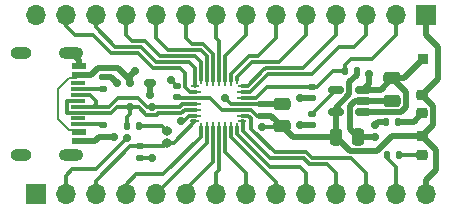
<source format=gbr>
%TF.GenerationSoftware,KiCad,Pcbnew,8.0.8*%
%TF.CreationDate,2025-02-11T08:33:35+00:00*%
%TF.ProjectId,stm32c071devboard,73746d33-3263-4303-9731-646576626f61,rev?*%
%TF.SameCoordinates,Original*%
%TF.FileFunction,Copper,L1,Top*%
%TF.FilePolarity,Positive*%
%FSLAX46Y46*%
G04 Gerber Fmt 4.6, Leading zero omitted, Abs format (unit mm)*
G04 Created by KiCad (PCBNEW 8.0.8) date 2025-02-11 08:33:35*
%MOMM*%
%LPD*%
G01*
G04 APERTURE LIST*
G04 Aperture macros list*
%AMRoundRect*
0 Rectangle with rounded corners*
0 $1 Rounding radius*
0 $2 $3 $4 $5 $6 $7 $8 $9 X,Y pos of 4 corners*
0 Add a 4 corners polygon primitive as box body*
4,1,4,$2,$3,$4,$5,$6,$7,$8,$9,$2,$3,0*
0 Add four circle primitives for the rounded corners*
1,1,$1+$1,$2,$3*
1,1,$1+$1,$4,$5*
1,1,$1+$1,$6,$7*
1,1,$1+$1,$8,$9*
0 Add four rect primitives between the rounded corners*
20,1,$1+$1,$2,$3,$4,$5,0*
20,1,$1+$1,$4,$5,$6,$7,0*
20,1,$1+$1,$6,$7,$8,$9,0*
20,1,$1+$1,$8,$9,$2,$3,0*%
%AMFreePoly0*
4,1,14,0.230680,0.111820,0.364320,-0.021820,0.377500,-0.053640,0.377500,-0.080000,0.364320,-0.111820,0.332500,-0.125000,-0.332500,-0.125000,-0.364320,-0.111820,-0.377500,-0.080000,-0.377500,0.080000,-0.364320,0.111820,-0.332500,0.125000,0.198860,0.125000,0.230680,0.111820,0.230680,0.111820,$1*%
%AMFreePoly1*
4,1,14,0.364320,0.111820,0.377500,0.080000,0.377500,0.053640,0.364320,0.021820,0.230680,-0.111820,0.198860,-0.125000,-0.332500,-0.125000,-0.364320,-0.111820,-0.377500,-0.080000,-0.377500,0.080000,-0.364320,0.111820,-0.332500,0.125000,0.332500,0.125000,0.364320,0.111820,0.364320,0.111820,$1*%
%AMFreePoly2*
4,1,14,0.111820,0.364320,0.125000,0.332500,0.125000,-0.332500,0.111820,-0.364320,0.080000,-0.377500,-0.080000,-0.377500,-0.111820,-0.364320,-0.125000,-0.332500,-0.125000,0.198860,-0.111820,0.230680,0.021820,0.364320,0.053640,0.377500,0.080000,0.377500,0.111820,0.364320,0.111820,0.364320,$1*%
%AMFreePoly3*
4,1,14,-0.021820,0.364320,0.111820,0.230680,0.125000,0.198860,0.125000,-0.332500,0.111820,-0.364320,0.080000,-0.377500,-0.080000,-0.377500,-0.111820,-0.364320,-0.125000,-0.332500,-0.125000,0.332500,-0.111820,0.364320,-0.080000,0.377500,-0.053640,0.377500,-0.021820,0.364320,-0.021820,0.364320,$1*%
%AMFreePoly4*
4,1,14,0.364320,0.111820,0.377500,0.080000,0.377500,-0.080000,0.364320,-0.111820,0.332500,-0.125000,-0.198860,-0.125000,-0.230680,-0.111820,-0.364320,0.021820,-0.377500,0.053640,-0.377500,0.080000,-0.364320,0.111820,-0.332500,0.125000,0.332500,0.125000,0.364320,0.111820,0.364320,0.111820,$1*%
%AMFreePoly5*
4,1,14,0.364320,0.111820,0.377500,0.080000,0.377500,-0.080000,0.364320,-0.111820,0.332500,-0.125000,-0.332500,-0.125000,-0.364320,-0.111820,-0.377500,-0.080000,-0.377500,-0.053640,-0.364320,-0.021820,-0.230680,0.111820,-0.198860,0.125000,0.332500,0.125000,0.364320,0.111820,0.364320,0.111820,$1*%
%AMFreePoly6*
4,1,14,0.111820,0.364320,0.125000,0.332500,0.125000,-0.198860,0.111820,-0.230680,-0.021820,-0.364320,-0.053640,-0.377500,-0.080000,-0.377500,-0.111820,-0.364320,-0.125000,-0.332500,-0.125000,0.332500,-0.111820,0.364320,-0.080000,0.377500,0.080000,0.377500,0.111820,0.364320,0.111820,0.364320,$1*%
%AMFreePoly7*
4,1,14,0.111820,0.364320,0.125000,0.332500,0.125000,-0.332500,0.111820,-0.364320,0.080000,-0.377500,0.053640,-0.377500,0.021820,-0.364320,-0.111820,-0.230680,-0.125000,-0.198860,-0.125000,0.332500,-0.111820,0.364320,-0.080000,0.377500,0.080000,0.377500,0.111820,0.364320,0.111820,0.364320,$1*%
G04 Aperture macros list end*
%TA.AperFunction,SMDPad,CuDef*%
%ADD10RoundRect,0.140000X0.170000X-0.140000X0.170000X0.140000X-0.170000X0.140000X-0.170000X-0.140000X0*%
%TD*%
%TA.AperFunction,SMDPad,CuDef*%
%ADD11RoundRect,0.250000X0.475000X-0.250000X0.475000X0.250000X-0.475000X0.250000X-0.475000X-0.250000X0*%
%TD*%
%TA.AperFunction,SMDPad,CuDef*%
%ADD12FreePoly0,180.000000*%
%TD*%
%TA.AperFunction,SMDPad,CuDef*%
%ADD13RoundRect,0.062500X0.375000X0.062500X-0.375000X0.062500X-0.375000X-0.062500X0.375000X-0.062500X0*%
%TD*%
%TA.AperFunction,SMDPad,CuDef*%
%ADD14FreePoly1,180.000000*%
%TD*%
%TA.AperFunction,SMDPad,CuDef*%
%ADD15FreePoly2,180.000000*%
%TD*%
%TA.AperFunction,SMDPad,CuDef*%
%ADD16RoundRect,0.062500X0.062500X0.375000X-0.062500X0.375000X-0.062500X-0.375000X0.062500X-0.375000X0*%
%TD*%
%TA.AperFunction,SMDPad,CuDef*%
%ADD17FreePoly3,180.000000*%
%TD*%
%TA.AperFunction,SMDPad,CuDef*%
%ADD18FreePoly4,180.000000*%
%TD*%
%TA.AperFunction,SMDPad,CuDef*%
%ADD19FreePoly5,180.000000*%
%TD*%
%TA.AperFunction,SMDPad,CuDef*%
%ADD20FreePoly6,180.000000*%
%TD*%
%TA.AperFunction,SMDPad,CuDef*%
%ADD21FreePoly7,180.000000*%
%TD*%
%TA.AperFunction,SMDPad,CuDef*%
%ADD22RoundRect,0.135000X0.185000X-0.135000X0.185000X0.135000X-0.185000X0.135000X-0.185000X-0.135000X0*%
%TD*%
%TA.AperFunction,SMDPad,CuDef*%
%ADD23R,1.145000X0.600000*%
%TD*%
%TA.AperFunction,SMDPad,CuDef*%
%ADD24R,1.240000X0.300000*%
%TD*%
%TA.AperFunction,HeatsinkPad*%
%ADD25O,2.100000X1.000000*%
%TD*%
%TA.AperFunction,HeatsinkPad*%
%ADD26O,1.800000X1.000000*%
%TD*%
%TA.AperFunction,SMDPad,CuDef*%
%ADD27RoundRect,0.135000X-0.185000X0.135000X-0.185000X-0.135000X0.185000X-0.135000X0.185000X0.135000X0*%
%TD*%
%TA.AperFunction,ComponentPad*%
%ADD28O,0.860000X0.770000*%
%TD*%
%TA.AperFunction,SMDPad,CuDef*%
%ADD29RoundRect,0.250000X-0.250000X-0.475000X0.250000X-0.475000X0.250000X0.475000X-0.250000X0.475000X0*%
%TD*%
%TA.AperFunction,SMDPad,CuDef*%
%ADD30RoundRect,0.135000X0.135000X0.185000X-0.135000X0.185000X-0.135000X-0.185000X0.135000X-0.185000X0*%
%TD*%
%TA.AperFunction,ComponentPad*%
%ADD31R,1.700000X1.700000*%
%TD*%
%TA.AperFunction,ComponentPad*%
%ADD32O,1.700000X1.700000*%
%TD*%
%TA.AperFunction,SMDPad,CuDef*%
%ADD33RoundRect,0.140000X-0.170000X0.140000X-0.170000X-0.140000X0.170000X-0.140000X0.170000X0.140000X0*%
%TD*%
%TA.AperFunction,SMDPad,CuDef*%
%ADD34RoundRect,0.135000X-0.135000X-0.185000X0.135000X-0.185000X0.135000X0.185000X-0.135000X0.185000X0*%
%TD*%
%TA.AperFunction,SMDPad,CuDef*%
%ADD35RoundRect,0.150000X0.512500X0.150000X-0.512500X0.150000X-0.512500X-0.150000X0.512500X-0.150000X0*%
%TD*%
%TA.AperFunction,SMDPad,CuDef*%
%ADD36RoundRect,0.218750X0.256250X-0.218750X0.256250X0.218750X-0.256250X0.218750X-0.256250X-0.218750X0*%
%TD*%
%TA.AperFunction,SMDPad,CuDef*%
%ADD37RoundRect,0.175000X-0.325000X0.175000X-0.325000X-0.175000X0.325000X-0.175000X0.325000X0.175000X0*%
%TD*%
%TA.AperFunction,SMDPad,CuDef*%
%ADD38RoundRect,0.150000X-0.150000X0.200000X-0.150000X-0.200000X0.150000X-0.200000X0.150000X0.200000X0*%
%TD*%
%TA.AperFunction,ComponentPad*%
%ADD39R,0.850000X0.850000*%
%TD*%
%TA.AperFunction,SMDPad,CuDef*%
%ADD40RoundRect,0.250000X-0.475000X0.250000X-0.475000X-0.250000X0.475000X-0.250000X0.475000X0.250000X0*%
%TD*%
%TA.AperFunction,ViaPad*%
%ADD41C,0.700000*%
%TD*%
%TA.AperFunction,Conductor*%
%ADD42C,0.500000*%
%TD*%
%TA.AperFunction,Conductor*%
%ADD43C,0.300000*%
%TD*%
%TA.AperFunction,Conductor*%
%ADD44C,0.200000*%
%TD*%
G04 APERTURE END LIST*
D10*
%TO.P,C2,1*%
%TO.N,+3V3*%
X101854000Y-66012000D03*
%TO.P,C2,2*%
%TO.N,GND*%
X101854000Y-65052000D03*
%TD*%
D11*
%TO.P,C5,1*%
%TO.N,+3V3*%
X103660000Y-66924000D03*
%TO.P,C5,2*%
%TO.N,GND*%
X103660000Y-65024000D03*
%TD*%
D12*
%TO.P,U1,1,PC14*%
%TO.N,PC14*%
X100295500Y-66500000D03*
D13*
%TO.P,U1,2,PC15*%
%TO.N,PC15*%
X100235500Y-66000000D03*
%TO.P,U1,3,VDD*%
%TO.N,+3V3*%
X100235500Y-65500000D03*
%TO.P,U1,4,VSS*%
%TO.N,GND*%
X100235500Y-65000000D03*
%TO.P,U1,5,PF2*%
%TO.N,NRST*%
X100235500Y-64500000D03*
%TO.P,U1,6,PA0*%
%TO.N,Net-(J4-Pin_3)*%
X100235500Y-64000000D03*
D14*
%TO.P,U1,7,PA1*%
%TO.N,Net-(J4-Pin_4)*%
X100295500Y-63500000D03*
D15*
%TO.P,U1,8,PA2*%
%TO.N,Net-(J4-Pin_5)*%
X99798000Y-63002500D03*
D16*
%TO.P,U1,9,PA3*%
%TO.N,Net-(J4-Pin_6)*%
X99298000Y-63062500D03*
%TO.P,U1,10,PA4*%
%TO.N,Net-(J4-Pin_7)*%
X98798000Y-63062500D03*
%TO.P,U1,11,PA5*%
%TO.N,Net-(J4-Pin_8)*%
X98298000Y-63062500D03*
%TO.P,U1,12,PA6*%
%TO.N,Net-(J4-Pin_9)*%
X97798000Y-63062500D03*
%TO.P,U1,13,PA7*%
%TO.N,Net-(J4-Pin_10)*%
X97298000Y-63062500D03*
D17*
%TO.P,U1,14,PB0*%
%TO.N,PB0*%
X96798000Y-63002500D03*
D18*
%TO.P,U1,15,PB1*%
%TO.N,PB1*%
X96300500Y-63500000D03*
D13*
%TO.P,U1,16,PA8*%
%TO.N,Net-(J4-Pin_13)*%
X96360500Y-64000000D03*
%TO.P,U1,17,VDDIO2*%
%TO.N,+3V3*%
X96360500Y-64500000D03*
%TO.P,U1,18,PA11*%
%TO.N,USB_DM-*%
X96360500Y-65000000D03*
%TO.P,U1,19,PA12*%
%TO.N,USB_DM+*%
X96360500Y-65500000D03*
%TO.P,U1,20,PA13*%
%TO.N,PA13*%
X96360500Y-66000000D03*
D19*
%TO.P,U1,21,PA14*%
%TO.N,BOOT0*%
X96300500Y-66500000D03*
D20*
%TO.P,U1,22,PA15*%
%TO.N,PA15*%
X96798000Y-66997500D03*
D16*
%TO.P,U1,23,PB3*%
%TO.N,Net-(J2-Pin_5)*%
X97298000Y-66937500D03*
%TO.P,U1,24,PB4*%
%TO.N,Net-(J2-Pin_6)*%
X97798000Y-66937500D03*
%TO.P,U1,25,PB5*%
%TO.N,Net-(J2-Pin_7)*%
X98298000Y-66937500D03*
%TO.P,U1,26,PB6*%
%TO.N,Net-(J2-Pin_8)*%
X98798000Y-66937500D03*
%TO.P,U1,27,PB7*%
%TO.N,Net-(J2-Pin_9)*%
X99298000Y-66937500D03*
D21*
%TO.P,U1,28,PB8*%
%TO.N,Net-(J2-Pin_10)*%
X99798000Y-66997500D03*
%TD*%
D22*
%TO.P,R3,1*%
%TO.N,Net-(J1-CC1)*%
X88500000Y-63758000D03*
%TO.P,R3,2*%
%TO.N,GND*%
X88500000Y-62738000D03*
%TD*%
D23*
%TO.P,J1,A1,GND*%
%TO.N,GND*%
X86422500Y-61800000D03*
%TO.P,J1,A4,VBUS*%
%TO.N,/VBUS*%
X86422500Y-62600000D03*
D24*
%TO.P,J1,A5,CC1*%
%TO.N,Net-(J1-CC1)*%
X86375000Y-63750000D03*
%TO.P,J1,A6,D+*%
%TO.N,USB_DM+*%
X86375000Y-64750000D03*
%TO.P,J1,A7,D-*%
%TO.N,USB_DM-*%
X86375000Y-65250000D03*
%TO.P,J1,A8,SBU1*%
%TO.N,unconnected-(J1-SBU1-PadA8)*%
X86375000Y-66250000D03*
D23*
%TO.P,J1,A9,VBUS*%
%TO.N,/VBUS*%
X86422500Y-67400000D03*
%TO.P,J1,A12,GND*%
%TO.N,GND*%
X86422500Y-68200000D03*
%TO.P,J1,B1,GND*%
X86422500Y-68200000D03*
%TO.P,J1,B4,VBUS*%
%TO.N,/VBUS*%
X86422500Y-67400000D03*
D24*
%TO.P,J1,B5,CC2*%
%TO.N,Net-(J1-CC2)*%
X86375000Y-66750000D03*
%TO.P,J1,B6,D+*%
%TO.N,USB_DM+*%
X86375000Y-65750000D03*
%TO.P,J1,B7,D-*%
%TO.N,USB_DM-*%
X86375000Y-64250000D03*
%TO.P,J1,B8,SBU2*%
%TO.N,unconnected-(J1-SBU2-PadB8)*%
X86375000Y-63250000D03*
D23*
%TO.P,J1,B9,VBUS*%
%TO.N,/VBUS*%
X86422500Y-62600000D03*
%TO.P,J1,B12,GND*%
%TO.N,GND*%
X86422500Y-61800000D03*
D25*
%TO.P,J1,S1,SHIELD*%
X85775000Y-60680000D03*
D26*
X81575000Y-60680000D03*
D25*
X85775000Y-69320000D03*
D26*
X81575000Y-69320000D03*
%TD*%
D27*
%TO.P,R7,1*%
%TO.N,BOOT0*%
X91600000Y-68590000D03*
%TO.P,R7,2*%
%TO.N,GND*%
X91600000Y-69610000D03*
%TD*%
D28*
%TO.P,J5,1,Pin_1*%
%TO.N,+3V3*%
X93900000Y-67300000D03*
%TO.P,J5,2,Pin_2*%
%TO.N,BOOT0*%
X93900000Y-68300000D03*
%TD*%
D29*
%TO.P,C3,1*%
%TO.N,+3V3*%
X108204000Y-67818000D03*
%TO.P,C3,2*%
%TO.N,GND*%
X110104000Y-67818000D03*
%TD*%
D30*
%TO.P,R1,1*%
%TO.N,Net-(D1-K)*%
X113510000Y-69342000D03*
%TO.P,R1,2*%
%TO.N,LED*%
X112490000Y-69342000D03*
%TD*%
D31*
%TO.P,J2,1,Pin_1*%
%TO.N,GND*%
X82804000Y-72644000D03*
D32*
%TO.P,J2,2,Pin_2*%
%TO.N,PA13*%
X85344000Y-72644000D03*
%TO.P,J2,3,Pin_3*%
%TO.N,BOOT0*%
X87884000Y-72644000D03*
%TO.P,J2,4,Pin_4*%
%TO.N,PA15*%
X90424000Y-72644000D03*
%TO.P,J2,5,Pin_5*%
%TO.N,Net-(J2-Pin_5)*%
X92964000Y-72644000D03*
%TO.P,J2,6,Pin_6*%
%TO.N,Net-(J2-Pin_6)*%
X95504000Y-72644000D03*
%TO.P,J2,7,Pin_7*%
%TO.N,Net-(J2-Pin_7)*%
X98044000Y-72644000D03*
%TO.P,J2,8,Pin_8*%
%TO.N,Net-(J2-Pin_8)*%
X100584000Y-72644000D03*
%TO.P,J2,9,Pin_9*%
%TO.N,Net-(J2-Pin_9)*%
X103124000Y-72644000D03*
%TO.P,J2,10,Pin_10*%
%TO.N,Net-(J2-Pin_10)*%
X105664000Y-72644000D03*
%TO.P,J2,11,Pin_11*%
%TO.N,PC14*%
X108204000Y-72644000D03*
%TO.P,J2,12,Pin_12*%
%TO.N,PC15*%
X110744000Y-72644000D03*
%TO.P,J2,13,Pin_13*%
%TO.N,LED*%
X113284000Y-72644000D03*
%TO.P,J2,14,Pin_14*%
%TO.N,+3V3*%
X115824000Y-72644000D03*
%TD*%
D31*
%TO.P,J4,1,Pin_1*%
%TO.N,+3V3*%
X115824000Y-57500000D03*
D32*
%TO.P,J4,2,Pin_2*%
%TO.N,NRST*%
X113284000Y-57500000D03*
%TO.P,J4,3,Pin_3*%
%TO.N,Net-(J4-Pin_3)*%
X110744000Y-57500000D03*
%TO.P,J4,4,Pin_4*%
%TO.N,Net-(J4-Pin_4)*%
X108204000Y-57500000D03*
%TO.P,J4,5,Pin_5*%
%TO.N,Net-(J4-Pin_5)*%
X105664000Y-57500000D03*
%TO.P,J4,6,Pin_6*%
%TO.N,Net-(J4-Pin_6)*%
X103124000Y-57500000D03*
%TO.P,J4,7,Pin_7*%
%TO.N,Net-(J4-Pin_7)*%
X100584000Y-57500000D03*
%TO.P,J4,8,Pin_8*%
%TO.N,Net-(J4-Pin_8)*%
X98044000Y-57500000D03*
%TO.P,J4,9,Pin_9*%
%TO.N,Net-(J4-Pin_9)*%
X95504000Y-57500000D03*
%TO.P,J4,10,Pin_10*%
%TO.N,Net-(J4-Pin_10)*%
X92964000Y-57500000D03*
%TO.P,J4,11,Pin_11*%
%TO.N,PB0*%
X90424000Y-57500000D03*
%TO.P,J4,12,Pin_12*%
%TO.N,PB1*%
X87884000Y-57500000D03*
%TO.P,J4,13,Pin_13*%
%TO.N,Net-(J4-Pin_13)*%
X85344000Y-57500000D03*
%TO.P,J4,14,Pin_14*%
%TO.N,GND*%
X82804000Y-57500000D03*
%TD*%
D33*
%TO.P,C7,1*%
%TO.N,Net-(U3-NR)*%
X106172000Y-65842000D03*
%TO.P,C7,2*%
%TO.N,GND*%
X106172000Y-66802000D03*
%TD*%
D34*
%TO.P,R4,1*%
%TO.N,USB_DM+*%
X90480000Y-66900000D03*
%TO.P,R4,2*%
%TO.N,+3V3*%
X91500000Y-66900000D03*
%TD*%
D35*
%TO.P,U3,1,IN*%
%TO.N,/VBUS*%
X110500000Y-65718000D03*
%TO.P,U3,2,GND*%
%TO.N,GND*%
X110500000Y-64768000D03*
%TO.P,U3,3,EN*%
%TO.N,/VBUS*%
X110500000Y-63818000D03*
%TO.P,U3,4,NR*%
%TO.N,Net-(U3-NR)*%
X108225000Y-63818000D03*
%TO.P,U3,5,OUT*%
%TO.N,+3V3*%
X108225000Y-65718000D03*
%TD*%
D36*
%TO.P,D1,1,K*%
%TO.N,Net-(D1-K)*%
X115500000Y-69325000D03*
%TO.P,D1,2,A*%
%TO.N,+3V3*%
X115500000Y-67750000D03*
%TD*%
D37*
%TO.P,D2,1,A*%
%TO.N,GND*%
X92460000Y-63246000D03*
D38*
%TO.P,D2,2,K*%
%TO.N,/VBUS*%
X90760000Y-63246000D03*
%TO.P,D2,3,K*%
%TO.N,USB_DM+*%
X90760000Y-65246000D03*
%TO.P,D2,4,K*%
%TO.N,USB_DM-*%
X92660000Y-65246000D03*
%TD*%
D30*
%TO.P,R6,1*%
%TO.N,+3V3*%
X109982000Y-62230000D03*
%TO.P,R6,2*%
%TO.N,NRST*%
X108962000Y-62230000D03*
%TD*%
D33*
%TO.P,C6,1*%
%TO.N,NRST*%
X106172000Y-63556000D03*
%TO.P,C6,2*%
%TO.N,GND*%
X106172000Y-64516000D03*
%TD*%
D39*
%TO.P,J3,1,Pin_1*%
%TO.N,/VBUS*%
X115570000Y-61214000D03*
%TD*%
D36*
%TO.P,D3,1,K*%
%TO.N,Net-(D3-K)*%
X115500000Y-65825000D03*
%TO.P,D3,2,A*%
%TO.N,+3V3*%
X115500000Y-64250000D03*
%TD*%
D27*
%TO.P,R2,1*%
%TO.N,Net-(J1-CC2)*%
X88500000Y-66798000D03*
%TO.P,R2,2*%
%TO.N,GND*%
X88500000Y-67818000D03*
%TD*%
D10*
%TO.P,C4,1*%
%TO.N,+3V3*%
X94742000Y-64460000D03*
%TO.P,C4,2*%
%TO.N,GND*%
X94742000Y-63500000D03*
%TD*%
D30*
%TO.P,R5,1*%
%TO.N,Net-(D3-K)*%
X113500000Y-66548000D03*
%TO.P,R5,2*%
%TO.N,GND*%
X112480000Y-66548000D03*
%TD*%
D40*
%TO.P,C1,1*%
%TO.N,/VBUS*%
X112975000Y-62850000D03*
%TO.P,C1,2*%
%TO.N,GND*%
X112975000Y-64750000D03*
%TD*%
D41*
%TO.N,GND*%
X105156000Y-66802000D03*
X92600000Y-69600000D03*
X89408000Y-67818000D03*
X111506000Y-66802000D03*
X92456000Y-64262000D03*
X98806000Y-64516000D03*
X89662000Y-63246000D03*
X105156000Y-64516000D03*
X94234000Y-62992000D03*
X111506000Y-67818000D03*
%TO.N,+3V3*%
X101932620Y-66977380D03*
%TO.N,PA13*%
X95100000Y-66486000D03*
X90500000Y-67900000D03*
%TO.N,/VBUS*%
X110998000Y-62484000D03*
X91186000Y-62230000D03*
%TD*%
D42*
%TO.N,GND*%
X106172000Y-64516000D02*
X105156000Y-64516000D01*
X112957000Y-64768000D02*
X112975000Y-64750000D01*
X88500000Y-67818000D02*
X89408000Y-67818000D01*
X86422500Y-61800000D02*
X86422500Y-61327500D01*
X110104000Y-67818000D02*
X109387500Y-67101500D01*
D43*
X100235500Y-65000000D02*
X99290000Y-65000000D01*
D42*
X106172000Y-66802000D02*
X105156000Y-66802000D01*
X111760000Y-66548000D02*
X111506000Y-66802000D01*
X86422500Y-61327500D02*
X85775000Y-60680000D01*
X109387500Y-65160634D02*
X109780134Y-64768000D01*
X86375000Y-68200000D02*
X87798553Y-68200000D01*
X92460000Y-64258000D02*
X92456000Y-64262000D01*
X88180553Y-67818000D02*
X88900000Y-67818000D01*
D43*
X91600000Y-69610000D02*
X92590000Y-69610000D01*
X101802000Y-65000000D02*
X101854000Y-65052000D01*
D42*
X112480000Y-66548000D02*
X111760000Y-66548000D01*
D43*
X103632000Y-65052000D02*
X103660000Y-65024000D01*
D42*
X109387500Y-67101500D02*
X109387500Y-65160634D01*
D43*
X92590000Y-69610000D02*
X92600000Y-69600000D01*
X103350000Y-65052000D02*
X103378000Y-65024000D01*
X94742000Y-63500000D02*
X94234000Y-62992000D01*
D42*
X88500000Y-62738000D02*
X89154000Y-62738000D01*
X110500000Y-64768000D02*
X112957000Y-64768000D01*
X87798553Y-68200000D02*
X88180553Y-67818000D01*
X92460000Y-63246000D02*
X92460000Y-64258000D01*
X89154000Y-62738000D02*
X89662000Y-63246000D01*
X101854000Y-65052000D02*
X103632000Y-65052000D01*
D43*
X100235500Y-65000000D02*
X101802000Y-65000000D01*
D42*
X109780134Y-64768000D02*
X110500000Y-64768000D01*
D43*
X99290000Y-65000000D02*
X98806000Y-64516000D01*
D42*
X110104000Y-67818000D02*
X111506000Y-67818000D01*
%TO.N,+3V3*%
X115500000Y-67750000D02*
X112930944Y-67750000D01*
X115500000Y-67750000D02*
X116450000Y-66800000D01*
D43*
X94782000Y-64500000D02*
X96360500Y-64500000D01*
D42*
X116840000Y-62910000D02*
X116840000Y-60198000D01*
X109379000Y-68993000D02*
X108204000Y-67818000D01*
D43*
X103660000Y-66924000D02*
X103754000Y-66924000D01*
D42*
X115500000Y-67750000D02*
X116674000Y-68924000D01*
X112930944Y-67750000D02*
X111687944Y-68993000D01*
X109337500Y-64220684D02*
X109337500Y-63194499D01*
D43*
X97520000Y-64500000D02*
X98520000Y-65500000D01*
D42*
X109337500Y-63194499D02*
X109982000Y-62549999D01*
X108225000Y-67797000D02*
X108204000Y-67818000D01*
D43*
X94742000Y-64460000D02*
X94782000Y-64500000D01*
X98520000Y-65500000D02*
X100235500Y-65500000D01*
X101544001Y-66012000D02*
X101854000Y-66012000D01*
D42*
X115824000Y-71501000D02*
X115824000Y-72644000D01*
X116450000Y-65200000D02*
X115500000Y-64250000D01*
X111687944Y-68993000D02*
X109379000Y-68993000D01*
X109982000Y-62549999D02*
X109982000Y-62230000D01*
X108225000Y-65718000D02*
X108225000Y-65333184D01*
X108204000Y-67818000D02*
X104554000Y-67818000D01*
D43*
X93500000Y-66900000D02*
X93900000Y-67300000D01*
D42*
X104554000Y-67818000D02*
X103660000Y-66924000D01*
D43*
X100235500Y-65500000D02*
X101032001Y-65500000D01*
X91500000Y-66900000D02*
X93500000Y-66900000D01*
X103606620Y-66977380D02*
X103660000Y-66924000D01*
X101032001Y-65500000D02*
X101544001Y-66012000D01*
D42*
X116674000Y-70651000D02*
X115824000Y-71501000D01*
X101854000Y-66012000D02*
X102748000Y-66012000D01*
D43*
X101932620Y-66977380D02*
X103606620Y-66977380D01*
D42*
X115500000Y-64250000D02*
X116840000Y-62910000D01*
X108225000Y-65333184D02*
X109337500Y-64220684D01*
X116450000Y-66800000D02*
X116450000Y-65200000D01*
X116840000Y-60198000D02*
X115824000Y-59182000D01*
X102748000Y-66012000D02*
X103660000Y-66924000D01*
X115824000Y-59182000D02*
X115824000Y-57500000D01*
X116674000Y-68924000D02*
X116674000Y-70651000D01*
X108225000Y-65718000D02*
X108225000Y-67797000D01*
D43*
X96360500Y-64500000D02*
X97520000Y-64500000D01*
%TO.N,USB_DM+*%
X90760000Y-65246000D02*
X90760000Y-65840000D01*
X86375000Y-65750000D02*
X85405000Y-65750000D01*
X95129953Y-65786000D02*
X94742000Y-65786000D01*
X93021262Y-65946000D02*
X92162894Y-65946000D01*
X93181262Y-65786000D02*
X93021262Y-65946000D01*
X85405000Y-64750000D02*
X86375000Y-64750000D01*
X89694000Y-65246000D02*
X90760000Y-65246000D01*
X90792000Y-65278000D02*
X90760000Y-65246000D01*
X95415953Y-65500000D02*
X95129953Y-65786000D01*
X90500000Y-66100000D02*
X90500000Y-66400000D01*
X91494894Y-65278000D02*
X90792000Y-65278000D01*
X90500000Y-66400000D02*
X90480000Y-66420000D01*
X90480000Y-66420000D02*
X90480000Y-66900000D01*
X96360500Y-65500000D02*
X95415953Y-65500000D01*
X86375000Y-65750000D02*
X89190000Y-65750000D01*
X90760000Y-65840000D02*
X90500000Y-66100000D01*
X85405000Y-65750000D02*
X85405000Y-64750000D01*
X94742000Y-65786000D02*
X93181262Y-65786000D01*
X89190000Y-65750000D02*
X89694000Y-65246000D01*
X92162894Y-65946000D02*
X91494894Y-65278000D01*
%TO.N,USB_DM-*%
X87630000Y-65250000D02*
X86375000Y-65250000D01*
X88982894Y-65250000D02*
X87630000Y-65250000D01*
X94962846Y-65246000D02*
X92660000Y-65246000D01*
X92170000Y-65246000D02*
X91440000Y-64516000D01*
X91440000Y-64516000D02*
X89716894Y-64516000D01*
X87884000Y-64789000D02*
X87884000Y-64996000D01*
X89716894Y-64516000D02*
X88982894Y-65250000D01*
X95208846Y-65000000D02*
X94962846Y-65246000D01*
X96360500Y-65000000D02*
X95208846Y-65000000D01*
X87884000Y-64996000D02*
X87630000Y-65250000D01*
X87345000Y-64250000D02*
X87884000Y-64789000D01*
X92660000Y-65246000D02*
X92170000Y-65246000D01*
X86375000Y-64250000D02*
X87345000Y-64250000D01*
%TO.N,Net-(D1-K)*%
X115483000Y-69342000D02*
X115500000Y-69325000D01*
X113510000Y-69342000D02*
X115483000Y-69342000D01*
%TO.N,Net-(J1-CC2)*%
X88430000Y-66750000D02*
X88500000Y-66680000D01*
X88452000Y-66750000D02*
X88500000Y-66798000D01*
X86375000Y-66750000D02*
X88452000Y-66750000D01*
%TO.N,Net-(J1-CC1)*%
X88492000Y-63750000D02*
X88500000Y-63758000D01*
X86375000Y-63750000D02*
X88492000Y-63750000D01*
%TO.N,Net-(J4-Pin_3)*%
X102454048Y-62484000D02*
X106172000Y-62484000D01*
X108458000Y-60198000D02*
X109728000Y-60198000D01*
X106172000Y-62484000D02*
X108458000Y-60198000D01*
X109728000Y-60198000D02*
X110744000Y-59182000D01*
X110744000Y-59182000D02*
X110744000Y-57500000D01*
X100235500Y-64000000D02*
X100938048Y-64000000D01*
X100938048Y-64000000D02*
X102454048Y-62484000D01*
%TO.N,PC15*%
X100235500Y-66000000D02*
X100780216Y-66000000D01*
X105672000Y-69096000D02*
X106172000Y-69596000D01*
X110744000Y-70866000D02*
X110744000Y-72644000D01*
X109474000Y-69596000D02*
X110744000Y-70866000D01*
X101033000Y-66252784D02*
X101033000Y-67124000D01*
X101033000Y-67124000D02*
X103005000Y-69096000D01*
X100780216Y-66000000D02*
X101033000Y-66252784D01*
X106172000Y-69596000D02*
X109474000Y-69596000D01*
X103005000Y-69096000D02*
X105672000Y-69096000D01*
%TO.N,PA15*%
X96798000Y-67794000D02*
X93599000Y-70993000D01*
X90424000Y-71882000D02*
X90424000Y-72644000D01*
X91313000Y-70993000D02*
X90424000Y-71882000D01*
X93599000Y-70993000D02*
X91313000Y-70993000D01*
X96798000Y-66997500D02*
X96798000Y-67794000D01*
%TO.N,PA13*%
X85900000Y-70550000D02*
X87850000Y-70550000D01*
X87850000Y-70550000D02*
X90500000Y-67900000D01*
X85344000Y-72644000D02*
X85344000Y-71106000D01*
X95392893Y-66400000D02*
X95100000Y-66400000D01*
X95100000Y-66400000D02*
X95100000Y-66486000D01*
X85344000Y-71106000D02*
X85900000Y-70550000D01*
X96360500Y-66000000D02*
X95792893Y-66000000D01*
X95792893Y-66000000D02*
X95392893Y-66400000D01*
%TO.N,Net-(J4-Pin_10)*%
X96774000Y-60452000D02*
X93980000Y-60452000D01*
X93980000Y-60452000D02*
X92964000Y-59436000D01*
X97298000Y-60976000D02*
X96774000Y-60452000D01*
X92964000Y-59436000D02*
X92964000Y-57500000D01*
X97298000Y-63062500D02*
X97298000Y-60976000D01*
%TO.N,PC14*%
X100298000Y-66502500D02*
X100298000Y-67278000D01*
X100298000Y-67278000D02*
X102616000Y-69596000D01*
X100295500Y-66500000D02*
X100298000Y-66502500D01*
X105464894Y-69596000D02*
X105964894Y-70096000D01*
X108204000Y-70866000D02*
X108204000Y-72644000D01*
X107434000Y-70096000D02*
X108204000Y-70866000D01*
X105964894Y-70096000D02*
X107434000Y-70096000D01*
X102616000Y-69596000D02*
X105464894Y-69596000D01*
%TO.N,Net-(J4-Pin_5)*%
X103378000Y-61468000D02*
X105664000Y-59182000D01*
X101092000Y-61468000D02*
X103378000Y-61468000D01*
X99798000Y-63002500D02*
X99798000Y-62762000D01*
X105664000Y-59182000D02*
X105664000Y-57500000D01*
X99798000Y-62762000D02*
X101092000Y-61468000D01*
%TO.N,BOOT0*%
X87884000Y-71505950D02*
X90799950Y-68590000D01*
X91600000Y-68590000D02*
X93610000Y-68590000D01*
X94500500Y-68300000D02*
X93900000Y-68300000D01*
X96300500Y-66500000D02*
X96000000Y-66500000D01*
X87884000Y-72644000D02*
X87884000Y-71505950D01*
X90799950Y-68590000D02*
X91600000Y-68590000D01*
X93610000Y-68590000D02*
X93900000Y-68300000D01*
X96300500Y-66500000D02*
X94500500Y-68300000D01*
%TO.N,Net-(J4-Pin_6)*%
X99298000Y-62517784D02*
X100847784Y-60968000D01*
X99298000Y-63062500D02*
X99298000Y-62517784D01*
X100847784Y-60968000D02*
X101592000Y-60968000D01*
X101592000Y-60968000D02*
X103124000Y-59436000D01*
X103124000Y-59436000D02*
X103124000Y-57500000D01*
%TO.N,Net-(J4-Pin_4)*%
X102054471Y-62176471D02*
X102246941Y-61984000D01*
X100295500Y-63500000D02*
X100730942Y-63500000D01*
X102246941Y-61984000D02*
X105402000Y-61984000D01*
X105402000Y-61984000D02*
X108204000Y-59182000D01*
X100730942Y-63500000D02*
X102054471Y-62176471D01*
X108204000Y-59182000D02*
X108204000Y-57500000D01*
%TO.N,Net-(J4-Pin_7)*%
X98798000Y-63062500D02*
X98798000Y-60968000D01*
X98798000Y-60968000D02*
X100584000Y-59182000D01*
X100584000Y-59182000D02*
X100584000Y-57500000D01*
%TO.N,PB1*%
X96300500Y-63500000D02*
X96298000Y-63497500D01*
X87884000Y-58547000D02*
X87884000Y-57500000D01*
X91694000Y-60198000D02*
X89535000Y-60198000D01*
X92964000Y-61468000D02*
X91694000Y-60198000D01*
X96298000Y-63497500D02*
X96298000Y-62008000D01*
X89535000Y-60198000D02*
X87884000Y-58547000D01*
X96298000Y-62008000D02*
X95758000Y-61468000D01*
X95758000Y-61468000D02*
X92964000Y-61468000D01*
%TO.N,Net-(J4-Pin_13)*%
X86106000Y-59182000D02*
X85344000Y-58420000D01*
X87630000Y-59182000D02*
X86106000Y-59182000D01*
X96360500Y-64000000D02*
X95815784Y-64000000D01*
X85344000Y-58420000D02*
X85344000Y-57500000D01*
X89154000Y-60706000D02*
X87630000Y-59182000D01*
X91440000Y-60706000D02*
X89154000Y-60706000D01*
X92702000Y-61968000D02*
X91440000Y-60706000D01*
X95402000Y-62382000D02*
X94988000Y-61968000D01*
X94988000Y-61968000D02*
X92702000Y-61968000D01*
X95815784Y-64000000D02*
X95402000Y-63586216D01*
X95402000Y-63586216D02*
X95402000Y-62382000D01*
%TO.N,PB0*%
X96266000Y-60960000D02*
X93345000Y-60960000D01*
X93345000Y-60960000D02*
X92075000Y-59690000D01*
X90932000Y-59690000D02*
X90424000Y-59182000D01*
X96798000Y-61492000D02*
X96266000Y-60960000D01*
X92075000Y-59690000D02*
X90932000Y-59690000D01*
X96798000Y-63002500D02*
X96798000Y-61492000D01*
X90424000Y-59182000D02*
X90424000Y-57500000D01*
%TO.N,Net-(J4-Pin_8)*%
X98044000Y-59436000D02*
X98044000Y-57500000D01*
X98298000Y-63062500D02*
X98298000Y-59690000D01*
X98298000Y-59690000D02*
X98044000Y-59436000D01*
%TO.N,NRST*%
X111252000Y-61214000D02*
X113284000Y-59182000D01*
X100235500Y-64500000D02*
X101399154Y-64500000D01*
X108962000Y-61726000D02*
X109474000Y-61214000D01*
X108962000Y-62230000D02*
X108962000Y-61726000D01*
X106624000Y-63556000D02*
X107950000Y-62230000D01*
X102343154Y-63556000D02*
X106172000Y-63556000D01*
X106172000Y-63556000D02*
X106624000Y-63556000D01*
X109474000Y-61214000D02*
X111252000Y-61214000D01*
X101399154Y-64500000D02*
X102343154Y-63556000D01*
X107950000Y-62230000D02*
X108962000Y-62230000D01*
X113284000Y-59182000D02*
X113284000Y-57500000D01*
%TO.N,Net-(J4-Pin_9)*%
X97798000Y-60768893D02*
X96981107Y-59952000D01*
X97798000Y-63062500D02*
X97798000Y-60768893D01*
X96020000Y-59952000D02*
X95504000Y-59436000D01*
X96981107Y-59952000D02*
X96020000Y-59952000D01*
X95504000Y-59436000D02*
X95504000Y-57500000D01*
%TO.N,LED*%
X112490000Y-69564000D02*
X113284000Y-70358000D01*
X113284000Y-70358000D02*
X113284000Y-72644000D01*
X112490000Y-69342000D02*
X112490000Y-69564000D01*
D42*
%TO.N,Net-(D3-K)*%
X114777000Y-66548000D02*
X115500000Y-65825000D01*
X113500000Y-66548000D02*
X114777000Y-66548000D01*
%TO.N,/VBUS*%
X110998000Y-63320000D02*
X110500000Y-63818000D01*
X110500000Y-65718000D02*
X113728878Y-65718000D01*
X90760000Y-63029339D02*
X90760000Y-63246000D01*
X89718661Y-61988000D02*
X90760000Y-63029339D01*
X88098944Y-61988000D02*
X89718661Y-61988000D01*
D44*
X86410000Y-67400000D02*
X86094400Y-67400000D01*
X85622500Y-62800000D02*
X86197500Y-62800000D01*
X86094400Y-67400000D02*
X85894400Y-67200000D01*
D42*
X87486944Y-62600000D02*
X88098944Y-61988000D01*
D44*
X86197500Y-62800000D02*
X86397500Y-62600000D01*
D42*
X110998000Y-62484000D02*
X110998000Y-63320000D01*
X113934000Y-62850000D02*
X115570000Y-61214000D01*
X112007000Y-63818000D02*
X112975000Y-62850000D01*
X112975000Y-62850000D02*
X113934000Y-62850000D01*
D44*
X85615000Y-67200000D02*
X84709000Y-66294000D01*
D42*
X86375000Y-62600000D02*
X87486944Y-62600000D01*
D44*
X84709000Y-63713500D02*
X85622500Y-62800000D01*
D42*
X110500000Y-63818000D02*
X112007000Y-63818000D01*
X90760000Y-62656000D02*
X91186000Y-62230000D01*
X90760000Y-63246000D02*
X90760000Y-62656000D01*
X114150000Y-65296878D02*
X114150000Y-64025000D01*
D44*
X85894400Y-67200000D02*
X85615000Y-67200000D01*
X84709000Y-66294000D02*
X84709000Y-63713500D01*
D42*
X114150000Y-64025000D02*
X112975000Y-62850000D01*
X113728878Y-65718000D02*
X114150000Y-65296878D01*
D43*
%TO.N,Net-(U3-NR)*%
X106201000Y-65842000D02*
X108225000Y-63818000D01*
X106172000Y-65842000D02*
X106201000Y-65842000D01*
%TO.N,Net-(J2-Pin_6)*%
X97798000Y-66937500D02*
X97798000Y-69896893D01*
X95504000Y-72190893D02*
X95504000Y-72644000D01*
X97798000Y-69896893D02*
X95504000Y-72190893D01*
%TO.N,Net-(J2-Pin_8)*%
X98798000Y-66937500D02*
X98798000Y-69080000D01*
X98798000Y-69080000D02*
X100584000Y-70866000D01*
X100584000Y-70866000D02*
X100584000Y-72644000D01*
%TO.N,Net-(J2-Pin_7)*%
X98298000Y-70586600D02*
X98044000Y-70840600D01*
X98298000Y-66937500D02*
X98298000Y-70586600D01*
X98044000Y-70840600D02*
X98044000Y-72644000D01*
%TO.N,Net-(J2-Pin_9)*%
X99298000Y-67802000D02*
X103124000Y-71628000D01*
X103124000Y-71628000D02*
X103124000Y-72644000D01*
X99298000Y-66937500D02*
X99298000Y-67802000D01*
%TO.N,Net-(J2-Pin_10)*%
X99798000Y-66997500D02*
X99798000Y-67540000D01*
X102616000Y-70358000D02*
X105156000Y-70358000D01*
X105664000Y-70866000D02*
X105664000Y-72644000D01*
X105156000Y-70358000D02*
X105664000Y-70866000D01*
X99798000Y-67540000D02*
X102616000Y-70358000D01*
%TO.N,Net-(J2-Pin_5)*%
X97298000Y-68310000D02*
X92964000Y-72644000D01*
X97298000Y-66937500D02*
X97298000Y-68310000D01*
%TD*%
M02*

</source>
